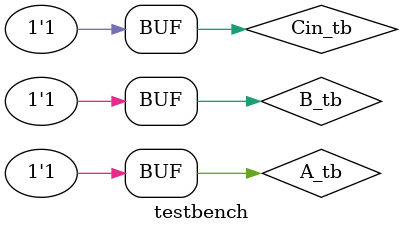
<source format=sv>
`timescale 1ns/1ps

module testbench;
  reg A_tb, B_tb,Cin_tb;
  wire Sum_tb, Cout_tb;
  
  // Instantiate the Half_Adder module
  Full_Adder DUT(.A(A_tb),
                 .B(B_tb),
                 .Cin(Cin_tb),
                 .Sum(Sum_tb),
                 .Cout(Cout_tb));
    
  initial begin
    // Initialize the dump file
    $dumpfile("dump.vcd");
    $dumpvars(0, testbench);
    
    //Test Case 1
    A_tb=1'b0;
    B_tb=1'b0;
    Cin_tb=1'b0;
    #10;      //Delay of 10 unit time
    
    //Test Case 2
    A_tb=1'b0;
    B_tb=1'b0;
    Cin_tb=1'b1;
    #10;
    
    
    //Test Case 3
    A_tb=1'b1;
    B_tb=1'b0;
    Cin_tb=1'b1;
    #10;
    
    
    //Test Case 4
    A_tb=1'b1;
    B_tb=1'b1;
    Cin_tb=1'b0;
    #10;
    
     //Test Case 5
    A_tb=1'b1;
    B_tb=1'b1;
    Cin_tb=1'b1;
    #10;
    end

endmodule

</source>
